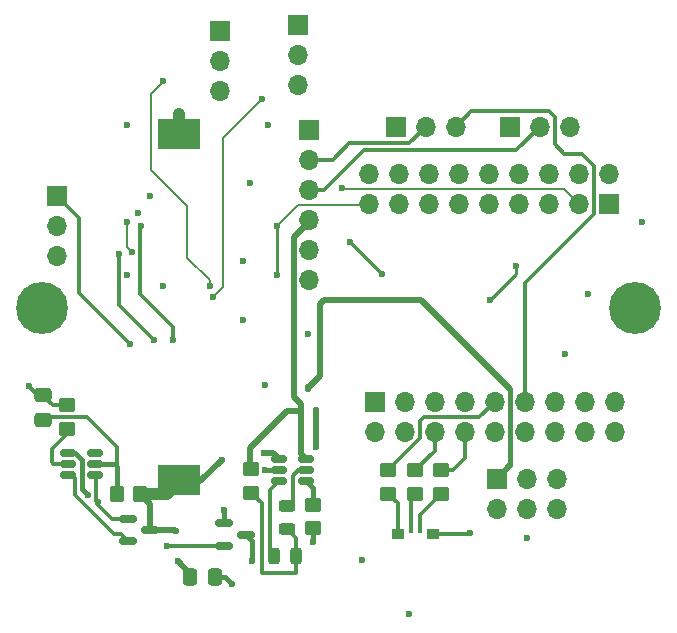
<source format=gbr>
%TF.GenerationSoftware,KiCad,Pcbnew,8.0.3*%
%TF.CreationDate,2025-07-08T12:48:35-07:00*%
%TF.ProjectId,salp_board_round,73616c70-5f62-46f6-9172-645f726f756e,rev?*%
%TF.SameCoordinates,Original*%
%TF.FileFunction,Copper,L4,Bot*%
%TF.FilePolarity,Positive*%
%FSLAX46Y46*%
G04 Gerber Fmt 4.6, Leading zero omitted, Abs format (unit mm)*
G04 Created by KiCad (PCBNEW 8.0.3) date 2025-07-08 12:48:35*
%MOMM*%
%LPD*%
G01*
G04 APERTURE LIST*
G04 Aperture macros list*
%AMRoundRect*
0 Rectangle with rounded corners*
0 $1 Rounding radius*
0 $2 $3 $4 $5 $6 $7 $8 $9 X,Y pos of 4 corners*
0 Add a 4 corners polygon primitive as box body*
4,1,4,$2,$3,$4,$5,$6,$7,$8,$9,$2,$3,0*
0 Add four circle primitives for the rounded corners*
1,1,$1+$1,$2,$3*
1,1,$1+$1,$4,$5*
1,1,$1+$1,$6,$7*
1,1,$1+$1,$8,$9*
0 Add four rect primitives between the rounded corners*
20,1,$1+$1,$2,$3,$4,$5,0*
20,1,$1+$1,$4,$5,$6,$7,0*
20,1,$1+$1,$6,$7,$8,$9,0*
20,1,$1+$1,$8,$9,$2,$3,0*%
G04 Aperture macros list end*
%TA.AperFunction,SMDPad,CuDef*%
%ADD10R,3.600000X2.600000*%
%TD*%
%TA.AperFunction,ComponentPad*%
%ADD11R,1.700000X1.700000*%
%TD*%
%TA.AperFunction,ComponentPad*%
%ADD12O,1.700000X1.700000*%
%TD*%
%TA.AperFunction,SMDPad,CuDef*%
%ADD13RoundRect,0.150000X-0.512500X-0.150000X0.512500X-0.150000X0.512500X0.150000X-0.512500X0.150000X0*%
%TD*%
%TA.AperFunction,SMDPad,CuDef*%
%ADD14RoundRect,0.250000X0.450000X-0.350000X0.450000X0.350000X-0.450000X0.350000X-0.450000X-0.350000X0*%
%TD*%
%TA.AperFunction,SMDPad,CuDef*%
%ADD15RoundRect,0.250000X-0.450000X0.350000X-0.450000X-0.350000X0.450000X-0.350000X0.450000X0.350000X0*%
%TD*%
%TA.AperFunction,SMDPad,CuDef*%
%ADD16RoundRect,0.250000X0.350000X0.450000X-0.350000X0.450000X-0.350000X-0.450000X0.350000X-0.450000X0*%
%TD*%
%TA.AperFunction,SMDPad,CuDef*%
%ADD17RoundRect,0.150000X-0.587500X-0.150000X0.587500X-0.150000X0.587500X0.150000X-0.587500X0.150000X0*%
%TD*%
%TA.AperFunction,ComponentPad*%
%ADD18C,4.400000*%
%TD*%
%TA.AperFunction,SMDPad,CuDef*%
%ADD19RoundRect,0.112500X0.112500X0.237500X-0.112500X0.237500X-0.112500X-0.237500X0.112500X-0.237500X0*%
%TD*%
%TA.AperFunction,SMDPad,CuDef*%
%ADD20RoundRect,0.243750X-0.456250X0.243750X-0.456250X-0.243750X0.456250X-0.243750X0.456250X0.243750X0*%
%TD*%
%TA.AperFunction,SMDPad,CuDef*%
%ADD21RoundRect,0.243750X-0.243750X-0.456250X0.243750X-0.456250X0.243750X0.456250X-0.243750X0.456250X0*%
%TD*%
%TA.AperFunction,SMDPad,CuDef*%
%ADD22R,0.400000X0.800000*%
%TD*%
%TA.AperFunction,SMDPad,CuDef*%
%ADD23R,1.000000X0.900000*%
%TD*%
%TA.AperFunction,SMDPad,CuDef*%
%ADD24RoundRect,0.250000X0.337500X0.475000X-0.337500X0.475000X-0.337500X-0.475000X0.337500X-0.475000X0*%
%TD*%
%TA.AperFunction,SMDPad,CuDef*%
%ADD25RoundRect,0.250000X-0.475000X0.337500X-0.475000X-0.337500X0.475000X-0.337500X0.475000X0.337500X0*%
%TD*%
%TA.AperFunction,ViaPad*%
%ADD26C,0.600000*%
%TD*%
%TA.AperFunction,Conductor*%
%ADD27C,0.250000*%
%TD*%
%TA.AperFunction,Conductor*%
%ADD28C,0.200000*%
%TD*%
%TA.AperFunction,Conductor*%
%ADD29C,0.300000*%
%TD*%
%TA.AperFunction,Conductor*%
%ADD30C,0.500000*%
%TD*%
%TA.AperFunction,Conductor*%
%ADD31C,1.000000*%
%TD*%
%TA.AperFunction,Conductor*%
%ADD32C,0.400000*%
%TD*%
G04 APERTURE END LIST*
D10*
%TO.P,BT1,2,-*%
%TO.N,GND*%
X156500000Y-75200000D03*
%TO.P,BT1,1,+*%
%TO.N,+BAT*%
X156500000Y-104500000D03*
%TD*%
D11*
%TO.P,J6,1,Pin_1*%
%TO.N,unconnected-(J6-Pin_1-Pad1)*%
X167500000Y-74860000D03*
D12*
%TO.P,J6,2,Pin_2*%
%TO.N,Net-(J6-Pin_2)*%
X167500000Y-77400000D03*
%TO.P,J6,3,Pin_3*%
%TO.N,Net-(J6-Pin_3)*%
X167500000Y-79940000D03*
%TO.P,J6,4,Pin_4*%
%TO.N,/V_USB*%
X167500000Y-82480000D03*
%TO.P,J6,5,Pin_5*%
%TO.N,unconnected-(J6-Pin_5-Pad5)*%
X167500000Y-85020000D03*
%TO.P,J6,6,Pin_6*%
%TO.N,GND*%
X167500000Y-87560000D03*
%TD*%
D13*
%TO.P,U5,1,OD*%
%TO.N,Net-(Q1-G)*%
X147125000Y-104100000D03*
%TO.P,U5,2,CS*%
%TO.N,Net-(U5-CS)*%
X147125000Y-103150000D03*
%TO.P,U5,3,OC*%
%TO.N,Net-(Q2-G)*%
X147125000Y-102200000D03*
%TO.P,U5,4,TD*%
%TO.N,unconnected-(U5-TD-Pad4)*%
X149400000Y-102200000D03*
%TO.P,U5,5,VCC*%
%TO.N,Net-(U5-VCC)*%
X149400000Y-103150000D03*
%TO.P,U5,6,GND*%
%TO.N,GND*%
X149400000Y-104100000D03*
%TD*%
%TO.P,U3,6,PROG*%
%TO.N,Net-(U3-PROG)*%
X167237500Y-104650000D03*
%TO.P,U3,5,STDBY*%
%TO.N,Net-(D4-K)*%
X167237500Y-103700000D03*
%TO.P,U3,4,V_{CC}*%
%TO.N,/V_USB*%
X167237500Y-102750000D03*
%TO.P,U3,3,BAT*%
%TO.N,+BAT*%
X164962500Y-102750000D03*
%TO.P,U3,2,GND*%
%TO.N,GND*%
X164962500Y-103700000D03*
%TO.P,U3,1,~{CHRG}*%
%TO.N,Net-(D3-K)*%
X164962500Y-104650000D03*
%TD*%
D14*
%TO.P,R10,2*%
%TO.N,Net-(U3-PROG)*%
X167800000Y-106600000D03*
%TO.P,R10,1*%
%TO.N,GND*%
X167800000Y-108600000D03*
%TD*%
%TO.P,R9,2*%
%TO.N,/V_USB*%
X162600000Y-103600000D03*
%TO.P,R9,1*%
%TO.N,Net-(D3-A)*%
X162600000Y-105600000D03*
%TD*%
D15*
%TO.P,R8,2*%
%TO.N,Net-(U5-CS)*%
X147000000Y-100200000D03*
%TO.P,R8,1*%
%TO.N,GND*%
X147000000Y-98200000D03*
%TD*%
D16*
%TO.P,R7,2*%
%TO.N,Net-(U5-VCC)*%
X151200000Y-105700000D03*
%TO.P,R7,1*%
%TO.N,+BAT*%
X153200000Y-105700000D03*
%TD*%
D14*
%TO.P,R6,1*%
%TO.N,Net-(D1-R)*%
X174200000Y-105700001D03*
%TO.P,R6,2*%
%TO.N,/PC3*%
X174200000Y-103700001D03*
%TD*%
%TO.P,R5,1*%
%TO.N,Net-(D1-G)*%
X178700000Y-105700001D03*
%TO.P,R5,2*%
%TO.N,/PC2*%
X178700000Y-103700001D03*
%TD*%
%TO.P,R4,1*%
%TO.N,Net-(D1-B)*%
X176500000Y-105700001D03*
%TO.P,R4,2*%
%TO.N,/PC1*%
X176500000Y-103700001D03*
%TD*%
D17*
%TO.P,Q2,3,D*%
%TO.N,+3.3V*%
X162200000Y-109150000D03*
%TO.P,Q2,2,S*%
%TO.N,GND*%
X160325000Y-108200000D03*
%TO.P,Q2,1,G*%
%TO.N,Net-(Q2-G)*%
X160325000Y-110100000D03*
%TD*%
%TO.P,Q1,3,D*%
%TO.N,+BAT*%
X154037500Y-108750000D03*
%TO.P,Q1,2,S*%
%TO.N,GND*%
X152162500Y-107800000D03*
%TO.P,Q1,1,G*%
%TO.N,Net-(Q1-G)*%
X152162500Y-109700000D03*
%TD*%
D12*
%TO.P,SEL0,3,Pin_3*%
%TO.N,/AVDD*%
X166600000Y-71055000D03*
%TO.P,SEL0,2,Pin_2*%
%TO.N,Net-(J10-Pin_2)*%
X166600000Y-68515000D03*
D11*
%TO.P,SEL0,1,Pin_1*%
%TO.N,GND*%
X166600000Y-65975000D03*
%TD*%
D12*
%TO.P,SEL1,3,Pin_3*%
%TO.N,/AVDD*%
X160000000Y-71580000D03*
%TO.P,SEL1,2,Pin_2*%
%TO.N,Net-(J9-Pin_2)*%
X160000000Y-69040000D03*
D11*
%TO.P,SEL1,1,Pin_1*%
%TO.N,GND*%
X160000000Y-66500000D03*
%TD*%
%TO.P,J8,1,Pin_1*%
%TO.N,/PB3*%
X184475000Y-74600000D03*
D12*
%TO.P,J8,2,Pin_2*%
%TO.N,Net-(J6-Pin_3)*%
X187015000Y-74600000D03*
%TO.P,J8,3,Pin_3*%
%TO.N,Net-(D2-K)*%
X189555000Y-74600000D03*
%TD*%
D11*
%TO.P,J7,1,Pin_1*%
%TO.N,/PB2*%
X174860000Y-74600000D03*
D12*
%TO.P,J7,2,Pin_2*%
%TO.N,Net-(J6-Pin_2)*%
X177400000Y-74600000D03*
%TO.P,J7,3,Pin_3*%
%TO.N,/PA0*%
X179940000Y-74600000D03*
%TD*%
%TO.P,J5,18,Pin_18*%
%TO.N,/PA3*%
X193380000Y-100440000D03*
%TO.P,J5,17,Pin_17*%
X193380000Y-97900000D03*
%TO.P,J5,16,Pin_16*%
%TO.N,/M_SCL*%
X190840000Y-100440000D03*
%TO.P,J5,15,Pin_15*%
X190840000Y-97900000D03*
%TO.P,J5,14,Pin_14*%
X188300000Y-100440000D03*
%TO.P,J5,13,Pin_13*%
X188300000Y-97900000D03*
%TO.P,J5,12,Pin_12*%
%TO.N,/PA0*%
X185760000Y-100440000D03*
%TO.P,J5,11,Pin_11*%
X185760000Y-97900000D03*
%TO.P,J5,10,Pin_10*%
%TO.N,/PC3*%
X183220000Y-100440000D03*
%TO.P,J5,9,Pin_9*%
X183220000Y-97900000D03*
%TO.P,J5,8,Pin_8*%
%TO.N,/PC2*%
X180680000Y-100440000D03*
%TO.P,J5,7,Pin_7*%
X180680000Y-97900000D03*
%TO.P,J5,6,Pin_6*%
%TO.N,/PC1*%
X178140000Y-100440000D03*
%TO.P,J5,5,Pin_5*%
X178140000Y-97900000D03*
%TO.P,J5,4,Pin_4*%
%TO.N,/PC0*%
X175600000Y-100440000D03*
%TO.P,J5,3,Pin_3*%
X175600000Y-97900000D03*
%TO.P,J5,2,Pin_2*%
%TO.N,/M_SCL*%
X173060000Y-100440000D03*
D11*
%TO.P,J5,1,Pin_1*%
X173060000Y-97900000D03*
%TD*%
%TO.P,J4,1,Pin_1*%
%TO.N,VCC*%
X183420000Y-104400000D03*
D12*
%TO.P,J4,2,Pin_2*%
%TO.N,GND*%
X183420000Y-106940000D03*
%TO.P,J4,3,Pin_3*%
X185960000Y-104400000D03*
%TO.P,J4,4,Pin_4*%
%TO.N,+3.3V*%
X185960000Y-106940000D03*
%TO.P,J4,5,Pin_5*%
%TO.N,GND*%
X188500000Y-104400000D03*
%TO.P,J4,6,Pin_6*%
X188500000Y-106940000D03*
%TD*%
%TO.P,J3,18,Pin_18*%
%TO.N,/M_SCL*%
X172580000Y-78600000D03*
%TO.P,J3,17,Pin_17*%
X172580000Y-81140000D03*
%TO.P,J3,16,Pin_16*%
%TO.N,/PB2*%
X175120000Y-78600000D03*
%TO.P,J3,15,Pin_15*%
X175120000Y-81140000D03*
%TO.P,J3,14,Pin_14*%
%TO.N,/PB3*%
X177660000Y-78600000D03*
%TO.P,J3,13,Pin_13*%
X177660000Y-81140000D03*
%TO.P,J3,12,Pin_12*%
%TO.N,/PB4*%
X180200000Y-78600000D03*
%TO.P,J3,11,Pin_11*%
X180200000Y-81140000D03*
%TO.P,J3,10,Pin_10*%
%TO.N,/PB5*%
X182740000Y-78600000D03*
%TO.P,J3,9,Pin_9*%
X182740000Y-81140000D03*
%TO.P,J3,8,Pin_8*%
%TO.N,/PA7*%
X185280000Y-78600000D03*
%TO.P,J3,7,Pin_7*%
X185280000Y-81140000D03*
%TO.P,J3,6,Pin_6*%
%TO.N,/PA6*%
X187820000Y-78600000D03*
%TO.P,J3,5,Pin_5*%
X187820000Y-81140000D03*
%TO.P,J3,4,Pin_4*%
%TO.N,/PA5*%
X190360000Y-78600000D03*
%TO.P,J3,3,Pin_3*%
X190360000Y-81140000D03*
%TO.P,J3,2,Pin_2*%
%TO.N,/M_SCL*%
X192900000Y-78600000D03*
D11*
%TO.P,J3,1,Pin_1*%
X192900000Y-81140000D03*
%TD*%
%TO.P,Antenna,1,Pin_1*%
%TO.N,Net-(J1-Pin_1)*%
X146200000Y-80500000D03*
D12*
%TO.P,Antenna,2,Pin_2*%
%TO.N,Net-(J1-Pin_2)*%
X146200000Y-83040000D03*
%TO.P,Antenna,3,Pin_3*%
%TO.N,Net-(J1-Pin_3)*%
X146200000Y-85580000D03*
%TD*%
D18*
%TO.P,H2,1,1*%
%TO.N,GND*%
X195100000Y-90000000D03*
%TD*%
%TO.P,H1,1,1*%
%TO.N,GND*%
X144900000Y-90000000D03*
%TD*%
D19*
%TO.P,D5,3*%
%TO.N,VCC*%
X167450000Y-96700000D03*
%TO.P,D5,2*%
%TO.N,/V_USB*%
X166800000Y-98700000D03*
%TO.P,D5,1*%
%TO.N,+BAT*%
X168100000Y-98700000D03*
%TD*%
D20*
%TO.P,D4,1,K*%
%TO.N,Net-(D4-K)*%
X165600000Y-106762500D03*
%TO.P,D4,2,A*%
%TO.N,Net-(D3-A)*%
X165600000Y-108637500D03*
%TD*%
D21*
%TO.P,D3,1,K*%
%TO.N,Net-(D3-K)*%
X164562500Y-111000000D03*
%TO.P,D3,2,A*%
%TO.N,Net-(D3-A)*%
X166437500Y-111000000D03*
%TD*%
D22*
%TO.P,D1,4,B*%
%TO.N,Net-(D1-B)*%
X176100000Y-108648223D03*
%TO.P,D1,3,G*%
%TO.N,Net-(D1-G)*%
X176900000Y-108648223D03*
D23*
%TO.P,D1,2,A*%
%TO.N,GND*%
X178000000Y-109098223D03*
%TO.P,D1,1,R*%
%TO.N,Net-(D1-R)*%
X175000000Y-109098223D03*
%TD*%
D24*
%TO.P,C23,2*%
%TO.N,+BAT*%
X157462500Y-112700000D03*
%TO.P,C23,1*%
%TO.N,GND*%
X159537500Y-112700000D03*
%TD*%
D25*
%TO.P,C21,2*%
%TO.N,Net-(U5-VCC)*%
X145000000Y-99437500D03*
%TO.P,C21,1*%
%TO.N,GND*%
X145000000Y-97362500D03*
%TD*%
D26*
%TO.N,GND*%
X155100000Y-88100000D03*
%TO.N,Net-(Q2-G)*%
X148800000Y-105800000D03*
X155500000Y-110100000D03*
%TO.N,+3.3V*%
X185960000Y-109440000D03*
X161900000Y-86000000D03*
%TO.N,/M_SCL*%
X185000000Y-86400000D03*
X182800000Y-89300000D03*
X164800000Y-83000000D03*
X164800000Y-87200000D03*
%TO.N,/PA3*%
X171000000Y-84400000D03*
X173650000Y-87050000D03*
%TO.N,/PA5*%
X170300000Y-79800000D03*
%TO.N,GND*%
X161900000Y-91000000D03*
%TO.N,/AVDD*%
X152100000Y-82700000D03*
X152550000Y-85250000D03*
%TO.N,+BAT*%
X168100000Y-101700000D03*
X163700000Y-102200000D03*
X160100000Y-102800000D03*
X156200000Y-108800000D03*
X156400000Y-111400000D03*
%TO.N,GND*%
X149600000Y-106400000D03*
X143800000Y-96600000D03*
X156500000Y-73500000D03*
X152100000Y-74500000D03*
X162500000Y-79400000D03*
X164000000Y-74500000D03*
%TO.N,/I0*%
X163500000Y-72300000D03*
%TO.N,/I1*%
X155100000Y-70700000D03*
X159100000Y-88100000D03*
%TO.N,/I0*%
X159400000Y-89000000D03*
%TO.N,GND*%
X152075000Y-87125000D03*
%TO.N,/TX2*%
X151400000Y-85400000D03*
%TO.N,/TX1*%
X153300000Y-83000000D03*
%TO.N,/TX2*%
X154400000Y-92700000D03*
%TO.N,/TX1*%
X156000000Y-92700000D03*
%TO.N,GND*%
X161000000Y-113300000D03*
%TO.N,+3.3V*%
X162700000Y-111400000D03*
%TO.N,GND*%
X160300000Y-107100000D03*
X167800000Y-109800000D03*
X163800000Y-103700000D03*
%TO.N,+3.3V*%
X154000000Y-80500000D03*
%TO.N,GND*%
X153000000Y-81900000D03*
X163800000Y-96500000D03*
X167437500Y-92162500D03*
%TO.N,+3.3V*%
X195700000Y-82700000D03*
%TO.N,GND*%
X181150000Y-109050000D03*
X176000000Y-115900000D03*
%TO.N,+3.3V*%
X172000000Y-111300000D03*
%TO.N,GND*%
X189150000Y-93850000D03*
X191100000Y-88800000D03*
%TO.N,Net-(J1-Pin_1)*%
X152375735Y-93024265D03*
%TD*%
D27*
%TO.N,/M_SCL*%
X164800000Y-83000000D02*
X164800000Y-87200000D01*
%TO.N,/PA3*%
X173650000Y-87050000D02*
X171000000Y-84400000D01*
D28*
%TO.N,/AVDD*%
X152100000Y-84800000D02*
X152100000Y-82700000D01*
X152550000Y-85250000D02*
X152100000Y-84800000D01*
%TO.N,/I0*%
X160200000Y-75600000D02*
X163500000Y-72300000D01*
X160200000Y-88200000D02*
X160200000Y-75600000D01*
X159400000Y-89000000D02*
X160200000Y-88200000D01*
%TO.N,/I1*%
X155100000Y-70800000D02*
X155100000Y-70700000D01*
X154100000Y-71800000D02*
X155100000Y-70800000D01*
X154100000Y-78250000D02*
X154100000Y-71800000D01*
X157200000Y-81350000D02*
X154100000Y-78250000D01*
X159100000Y-87600000D02*
X157200000Y-85700000D01*
X157200000Y-85700000D02*
X157200000Y-81350000D01*
X159100000Y-88100000D02*
X159100000Y-87600000D01*
D29*
%TO.N,GND*%
X181101777Y-109098223D02*
X178000000Y-109098223D01*
X181150000Y-109050000D02*
X181101777Y-109098223D01*
%TO.N,/TX2*%
X151400000Y-85400000D02*
X151400000Y-89700000D01*
X151400000Y-89700000D02*
X154400000Y-92700000D01*
%TO.N,/PC3*%
X177200000Y-99200000D02*
X181920000Y-99200000D01*
X176900000Y-99500000D02*
X177200000Y-99200000D01*
X176900000Y-101000001D02*
X176900000Y-99500000D01*
X174200000Y-103700001D02*
X176900000Y-101000001D01*
X181920000Y-99200000D02*
X183220000Y-97900000D01*
D28*
%TO.N,/PC2*%
X180700000Y-102700000D02*
X180680000Y-102680000D01*
D29*
X179699999Y-103700001D02*
X178700000Y-103700001D01*
X180700000Y-102700000D02*
X179699999Y-103700001D01*
%TO.N,Net-(J1-Pin_1)*%
X148000000Y-82300000D02*
X146200000Y-80500000D01*
X152375735Y-93024265D02*
X148000000Y-88648530D01*
X148000000Y-88648530D02*
X148000000Y-82300000D01*
D28*
X146200000Y-80500000D02*
X146225000Y-80475000D01*
D30*
%TO.N,VCC*%
X177000000Y-89300000D02*
X184531642Y-96831642D01*
X184531642Y-96855678D02*
X184531642Y-96831642D01*
X168400000Y-89651472D02*
X168400000Y-95750000D01*
X168751472Y-89300000D02*
X168400000Y-89651472D01*
X168400000Y-95750000D02*
X167450000Y-96700000D01*
X177000000Y-89300000D02*
X168751472Y-89300000D01*
D29*
%TO.N,/PC1*%
X178140000Y-102060001D02*
X178140000Y-100440000D01*
X176500000Y-103700001D02*
X178140000Y-102060001D01*
D28*
%TO.N,/M_SCL*%
X166600000Y-81200000D02*
X172520000Y-81200000D01*
X172520000Y-81200000D02*
X172580000Y-81140000D01*
X164800000Y-83000000D02*
X166600000Y-81200000D01*
D29*
%TO.N,Net-(J6-Pin_2)*%
X170900000Y-76000000D02*
X176000000Y-76000000D01*
X169500000Y-77400000D02*
X170900000Y-76000000D01*
X167710000Y-77400000D02*
X169500000Y-77400000D01*
X167700000Y-77390000D02*
X167710000Y-77400000D01*
X176000000Y-76000000D02*
X177400000Y-74600000D01*
%TO.N,Net-(J6-Pin_3)*%
X167710000Y-79940000D02*
X167700000Y-79930000D01*
X168775000Y-79940000D02*
X167710000Y-79940000D01*
X185015000Y-76600000D02*
X172115000Y-76600000D01*
X187015000Y-74600000D02*
X185015000Y-76600000D01*
X172115000Y-76600000D02*
X168775000Y-79940000D01*
D30*
%TO.N,/V_USB*%
X166800000Y-98100000D02*
X166800000Y-98700000D01*
X166200000Y-83970000D02*
X166200000Y-97500000D01*
X167500000Y-82670000D02*
X166200000Y-83970000D01*
X167500000Y-82480000D02*
X167500000Y-82670000D01*
X166200000Y-97500000D02*
X166800000Y-98100000D01*
D31*
%TO.N,GND*%
X156500000Y-73500000D02*
X156500000Y-75000000D01*
D30*
%TO.N,+BAT*%
X158300000Y-104600000D02*
X160100000Y-102800000D01*
X157000000Y-104600000D02*
X158300000Y-104600000D01*
X154037500Y-106537500D02*
X153200000Y-105700000D01*
X154037500Y-108750000D02*
X154037500Y-106537500D01*
D31*
X156700000Y-104500000D02*
X156900000Y-104500000D01*
X155500000Y-105700000D02*
X156700000Y-104500000D01*
X153200000Y-105700000D02*
X155500000Y-105700000D01*
D28*
%TO.N,Net-(J6-Pin_2)*%
X168270000Y-77390000D02*
X168300000Y-77420000D01*
X167700000Y-77390000D02*
X168270000Y-77390000D01*
D29*
%TO.N,Net-(U5-VCC)*%
X145432138Y-99205362D02*
X145000000Y-99637500D01*
X148705362Y-99205362D02*
X145432138Y-99205362D01*
X151200000Y-103350000D02*
X151200000Y-101700000D01*
X151200000Y-101700000D02*
X148705362Y-99205362D01*
X151250000Y-103400000D02*
X151200000Y-103350000D01*
%TO.N,GND*%
X145262500Y-97625000D02*
X145837500Y-98200000D01*
X145262500Y-97562500D02*
X145262500Y-97625000D01*
X145837500Y-98200000D02*
X147000000Y-98200000D01*
D32*
%TO.N,Net-(Q2-G)*%
X148286653Y-102836653D02*
X147650000Y-102200000D01*
X147650000Y-102200000D02*
X147125000Y-102200000D01*
X148286653Y-105286653D02*
X148286653Y-102836653D01*
X148800000Y-105800000D02*
X148286653Y-105286653D01*
%TO.N,Net-(U5-VCC)*%
X151200000Y-103450000D02*
X151200000Y-105700000D01*
D29*
%TO.N,GND*%
X149500000Y-106300000D02*
X149500000Y-104200000D01*
X149600000Y-106600000D02*
X150800000Y-107800000D01*
X149500000Y-104200000D02*
X149400000Y-104100000D01*
X149600000Y-106400000D02*
X149600000Y-106600000D01*
X150800000Y-107800000D02*
X151700000Y-107800000D01*
X149600000Y-106400000D02*
X149500000Y-106300000D01*
D32*
%TO.N,Net-(U5-VCC)*%
X149450000Y-103200000D02*
X151050000Y-103200000D01*
X149400000Y-103150000D02*
X149450000Y-103200000D01*
D29*
%TO.N,Net-(U5-CS)*%
X145700000Y-101900000D02*
X147000000Y-100600000D01*
X147000000Y-100600000D02*
X147000000Y-100200000D01*
X145700000Y-103000000D02*
X145700000Y-101900000D01*
X145850000Y-103150000D02*
X145700000Y-103000000D01*
X147412500Y-103150000D02*
X145850000Y-103150000D01*
D28*
%TO.N,GND*%
X145000000Y-97562500D02*
X145262500Y-97562500D01*
%TO.N,/PA5*%
X170400000Y-79900000D02*
X189100000Y-79900000D01*
X189100000Y-79900000D02*
X190140000Y-80940000D01*
X170300000Y-79800000D02*
X170400000Y-79900000D01*
D29*
%TO.N,/PA0*%
X185760000Y-87840000D02*
X185760000Y-97900000D01*
X191600000Y-82000000D02*
X185760000Y-87840000D01*
X191600000Y-77900000D02*
X191600000Y-82000000D01*
X190600000Y-76900000D02*
X191600000Y-77900000D01*
X188300000Y-76100000D02*
X189100000Y-76900000D01*
X187800000Y-73300000D02*
X188300000Y-73800000D01*
X181240000Y-73300000D02*
X187800000Y-73300000D01*
X189100000Y-76900000D02*
X190600000Y-76900000D01*
X179940000Y-74600000D02*
X181240000Y-73300000D01*
X188300000Y-73800000D02*
X188300000Y-76100000D01*
D30*
%TO.N,/V_USB*%
X162500000Y-101800000D02*
X165600000Y-98700000D01*
X162500000Y-103500000D02*
X162500000Y-101800000D01*
X165600000Y-98700000D02*
X166800000Y-98700000D01*
%TO.N,+BAT*%
X168100000Y-101700000D02*
X168100000Y-98700000D01*
D28*
%TO.N,Net-(Q2-G)*%
X148800000Y-105800000D02*
X148900000Y-105900000D01*
X148900000Y-105900000D02*
X148900000Y-105915552D01*
D29*
X160325000Y-110100000D02*
X155500000Y-110100000D01*
%TO.N,Net-(Q1-G)*%
X151000000Y-109100000D02*
X147662500Y-105762500D01*
X151562500Y-109100000D02*
X151000000Y-109100000D01*
X152162500Y-109700000D02*
X151562500Y-109100000D01*
X147662500Y-105762500D02*
X147662500Y-104350000D01*
%TO.N,Net-(D3-K)*%
X164200000Y-110637500D02*
X164200000Y-105412500D01*
X164562500Y-111000000D02*
X164200000Y-110637500D01*
X164200000Y-105412500D02*
X164962500Y-104650000D01*
%TO.N,Net-(D3-A)*%
X166437500Y-112400000D02*
X166437500Y-111000000D01*
X163500000Y-112400000D02*
X166437500Y-112400000D01*
X163500000Y-106500000D02*
X163500000Y-112400000D01*
X162600000Y-105600000D02*
X163500000Y-106500000D01*
D28*
%TO.N,Net-(D4-K)*%
X166600000Y-103700000D02*
X167237500Y-103700000D01*
D29*
X166100000Y-104200000D02*
X166600000Y-103700000D01*
X165600000Y-106762500D02*
X166100000Y-106262500D01*
X166100000Y-106262500D02*
X166100000Y-104200000D01*
D32*
%TO.N,GND*%
X167800000Y-108600000D02*
X167800000Y-109800000D01*
D29*
%TO.N,/TX1*%
X156000000Y-92700000D02*
X156000000Y-91600000D01*
X153200000Y-88800000D02*
X153200000Y-83100000D01*
D28*
X153200000Y-83100000D02*
X153300000Y-83000000D01*
D29*
X156000000Y-91600000D02*
X153200000Y-88800000D01*
D32*
%TO.N,GND*%
X163800000Y-103700000D02*
X164962500Y-103700000D01*
D28*
%TO.N,/V_USB*%
X162600000Y-103600000D02*
X162500000Y-103500000D01*
D32*
%TO.N,VCC*%
X184479778Y-103236494D02*
X184479778Y-96907542D01*
X184531642Y-103288358D02*
X184479778Y-103236494D01*
D30*
X183420000Y-104400000D02*
X184531642Y-103288358D01*
D27*
%TO.N,/M_SCL*%
X185000000Y-87100000D02*
X185000000Y-86400000D01*
X182800000Y-89300000D02*
X185000000Y-87100000D01*
D28*
%TO.N,+BAT*%
X163700000Y-102200000D02*
X163800000Y-102200000D01*
D30*
X164412500Y-102200000D02*
X163700000Y-102200000D01*
X164962500Y-102750000D02*
X164412500Y-102200000D01*
D28*
X156150000Y-108750000D02*
X156200000Y-108800000D01*
D30*
X154037500Y-108750000D02*
X156150000Y-108750000D01*
X157462500Y-112462500D02*
X156400000Y-111400000D01*
D28*
X157462500Y-112700000D02*
X157462500Y-112462500D01*
%TO.N,GND*%
X151700000Y-107800000D02*
X152162500Y-107800000D01*
%TO.N,/I1*%
X155200000Y-70700000D02*
X155200000Y-70700000D01*
X155100000Y-70700000D02*
X155200000Y-70700000D01*
%TO.N,GND*%
X161000000Y-113300000D02*
X160900000Y-113200000D01*
D32*
X160400000Y-112700000D02*
X161000000Y-113300000D01*
X159537500Y-112700000D02*
X160400000Y-112700000D01*
D28*
%TO.N,+3.3V*%
X162700000Y-111400000D02*
X162700000Y-111300000D01*
D32*
X162700000Y-109650000D02*
X162700000Y-111400000D01*
X162200000Y-109150000D02*
X162700000Y-109650000D01*
D28*
%TO.N,GND*%
X160200000Y-107100000D02*
X160300000Y-107200000D01*
X160300000Y-107100000D02*
X160200000Y-107100000D01*
X160300000Y-107200000D02*
X160300000Y-107100000D01*
X160325000Y-107225000D02*
X160300000Y-107200000D01*
D32*
X160325000Y-108200000D02*
X160325000Y-107225000D01*
D30*
%TO.N,/V_USB*%
X166800000Y-102312500D02*
X166800000Y-98700000D01*
X167237500Y-102750000D02*
X166800000Y-102312500D01*
D29*
%TO.N,Net-(D3-A)*%
X166437500Y-109475000D02*
X165600000Y-108637500D01*
X166437500Y-111000000D02*
X166437500Y-109475000D01*
D32*
%TO.N,Net-(U3-PROG)*%
X167800000Y-105212500D02*
X167237500Y-104650000D01*
X167800000Y-106600000D02*
X167800000Y-105212500D01*
D29*
%TO.N,/PC2*%
X180680000Y-102680000D02*
X180680000Y-100440000D01*
%TO.N,Net-(D1-G)*%
X176900000Y-108648223D02*
X176900000Y-107500001D01*
X176900000Y-107500001D02*
X178700000Y-105700001D01*
D28*
%TO.N,Net-(D1-B)*%
X176100000Y-106100001D02*
X176500000Y-105700001D01*
D29*
X176100000Y-108648223D02*
X176100000Y-106100001D01*
%TO.N,Net-(D1-R)*%
X175000000Y-106500001D02*
X174200000Y-105700001D01*
X175000000Y-109098223D02*
X175000000Y-106500001D01*
%TO.N,GND*%
X144762500Y-97562500D02*
X143800000Y-96600000D01*
%TD*%
M02*

</source>
